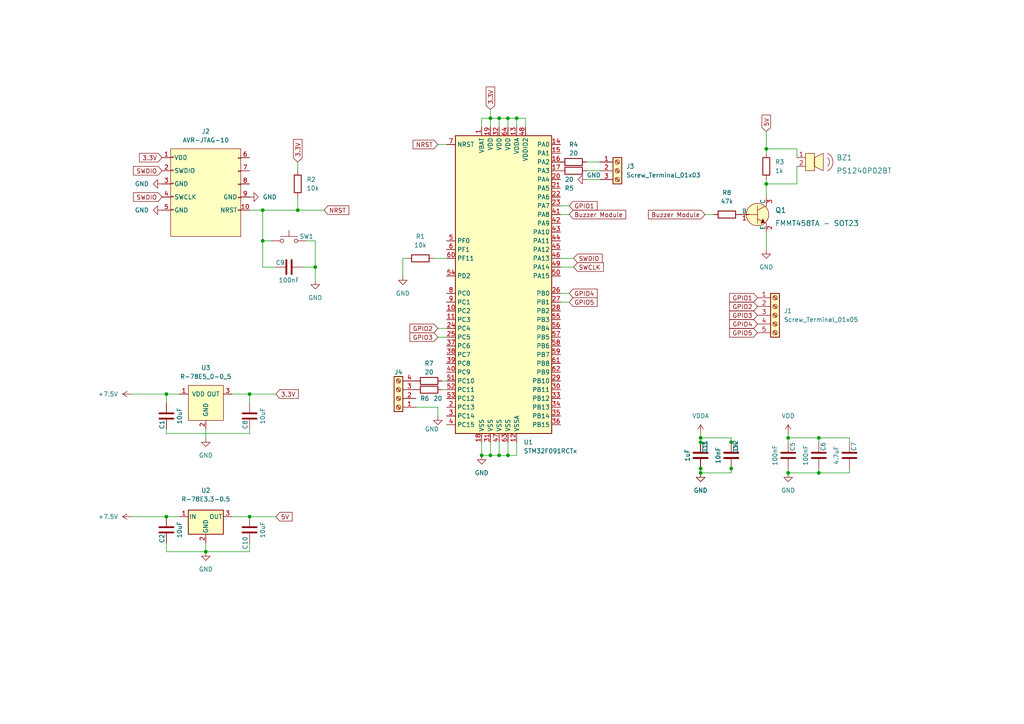
<source format=kicad_sch>
(kicad_sch (version 20211123) (generator eeschema)
  (paper "A4")
  (title_block (title "VRm Schematic") (date "2022-02-15") (rev "1") (company "VRm"))
  (lib_symbols
    (symbol "AVR-JTAG-10_1" (pin_names (offset 1.016))
      (property "Reference" "J" (at -8.89 13.97 0))
      (property "Value" "AVR-JTAG-10_1" (at 1.27 13.97 0))
      (symbol "AVR-JTAG-10_1_0_1"
        (rectangle (start -10.16 -5.08) (end -9.398 -4.826))
        (rectangle (start -10.16 -1.27) (end -9.398 -1.016))
        (rectangle (start -10.16 2.54) (end -9.398 2.794))
        (rectangle (start -10.16 6.35) (end -9.398 6.604))
        (rectangle (start -10.16 10.16) (end -9.398 10.414))
        (rectangle (start 10.16 -4.953) (end 9.398 -5.207))
        (rectangle (start 10.16 -1.27) (end 9.398 -1.524))
        (rectangle (start 10.16 2.54) (end 9.398 2.286))
        (rectangle (start 10.16 6.35) (end 9.398 6.096))
        (rectangle (start 10.16 10.16) (end 9.398 9.906))
        (rectangle (start 10.16 12.7) (end -10.16 -12.7) (fill (type background)))
      )
      (symbol "AVR-JTAG-10_1_1_1"
        (pin passive line (at -12.7 10.16 0) (length 2.54) (name "VDD") (number "1"))
        (pin passive line (at 12.7 -5.08 180) (length 2.54) (name "NRST") (number "10"))
        (pin passive line (at -12.7 6.35 0) (length 2.54) (name "SWDIO") (number "2"))
        (pin passive line (at -12.7 2.54 0) (length 2.54) (name "GND") (number "3"))
        (pin passive line (at -12.7 -1.27 0) (length 2.54) (name "SWCLK") (number "4"))
        (pin passive line (at -12.7 -5.08 0) (length 2.54) (name "GND") (number "5"))
        (pin passive line (at 12.7 10.16 180) (length 2.54) (name "") (number "6"))
        (pin passive line (at 12.7 6.35 180) (length 2.54) (name "") (number "7"))
        (pin passive line (at 12.7 2.54 180) (length 2.54) (name "") (number "8"))
        (pin passive line (at 12.7 -1.27 180) (length 2.54) (name "GND") (number "9"))
      )
    )
    (symbol "Connector:Screw_Terminal_01x03" (pin_names (offset 1.016) hide)
      (property "Reference" "J" (at 0 5.08 0))
      (property "Value" "Screw_Terminal_01x03" (at 0 -5.08 0))
      (symbol "Screw_Terminal_01x03_1_1"
        (rectangle (start -1.27 3.81) (end 1.27 -3.81) (stroke (width 0.254)) (fill (type background)))
        (circle (center 0 -2.54) (radius 0.635) (stroke (width 0.1524)))
        (polyline (pts (xy -0.5334 -2.2098) (xy 0.3302 -3.048)) (stroke (width 0.1524)))
        (polyline (pts (xy -0.5334 0.3302) (xy 0.3302 -0.508)) (stroke (width 0.1524)))
        (polyline (pts (xy -0.5334 2.8702) (xy 0.3302 2.032)) (stroke (width 0.1524)))
        (polyline (pts (xy -0.3556 -2.032) (xy 0.508 -2.8702)) (stroke (width 0.1524)))
        (polyline (pts (xy -0.3556 0.508) (xy 0.508 -0.3302)) (stroke (width 0.1524)))
        (polyline (pts (xy -0.3556 3.048) (xy 0.508 2.2098)) (stroke (width 0.1524)))
        (circle (center 0 0) (radius 0.635) (stroke (width 0.1524)))
        (circle (center 0 2.54) (radius 0.635) (stroke (width 0.1524)))
        (pin passive line (at -5.08 2.54 0) (length 3.81) (name "Pin_1") (number "1"))
        (pin passive line (at -5.08 0 0) (length 3.81) (name "Pin_2") (number "2"))
        (pin passive line (at -5.08 -2.54 0) (length 3.81) (name "Pin_3") (number "3"))
      )
    )
    (symbol "Connector:Screw_Terminal_01x04" (pin_names (offset 1.016) hide)
      (property "Reference" "J" (at 0 5.08 0))
      (property "Value" "Screw_Terminal_01x04" (at 0 -7.62 0))
      (symbol "Screw_Terminal_01x04_1_1"
        (rectangle (start -1.27 3.81) (end 1.27 -6.35) (stroke (width 0.254)) (fill (type background)))
        (circle (center 0 -5.08) (radius 0.635) (stroke (width 0.1524)))
        (circle (center 0 -2.54) (radius 0.635) (stroke (width 0.1524)))
        (polyline (pts (xy -0.5334 -4.7498) (xy 0.3302 -5.588)) (stroke (width 0.1524)))
        (polyline (pts (xy -0.5334 -2.2098) (xy 0.3302 -3.048)) (stroke (width 0.1524)))
        (polyline (pts (xy -0.5334 0.3302) (xy 0.3302 -0.508)) (stroke (width 0.1524)))
        (polyline (pts (xy -0.5334 2.8702) (xy 0.3302 2.032)) (stroke (width 0.1524)))
        (polyline (pts (xy -0.3556 -4.572) (xy 0.508 -5.4102)) (stroke (width 0.1524)))
        (polyline (pts (xy -0.3556 -2.032) (xy 0.508 -2.8702)) (stroke (width 0.1524)))
        (polyline (pts (xy -0.3556 0.508) (xy 0.508 -0.3302)) (stroke (width 0.1524)))
        (polyline (pts (xy -0.3556 3.048) (xy 0.508 2.2098)) (stroke (width 0.1524)))
        (circle (center 0 0) (radius 0.635) (stroke (width 0.1524)))
        (circle (center 0 2.54) (radius 0.635) (stroke (width 0.1524)))
        (pin passive line (at -5.08 2.54 0) (length 3.81) (name "Pin_1") (number "1"))
        (pin passive line (at -5.08 0 0) (length 3.81) (name "Pin_2") (number "2"))
        (pin passive line (at -5.08 -2.54 0) (length 3.81) (name "Pin_3") (number "3"))
        (pin passive line (at -5.08 -5.08 0) (length 3.81) (name "Pin_4") (number "4"))
      )
    )
    (symbol "Connector:Screw_Terminal_01x05" (pin_names (offset 1.016) hide)
      (property "Reference" "J" (at 0 7.62 0))
      (property "Value" "Screw_Terminal_01x05" (at 0 -7.62 0))
      (symbol "Screw_Terminal_01x05_1_1"
        (rectangle (start -1.27 6.35) (end 1.27 -6.35) (stroke (width 0.254)) (fill (type background)))
        (circle (center 0 -5.08) (radius 0.635) (stroke (width 0.1524)))
        (circle (center 0 -2.54) (radius 0.635) (stroke (width 0.1524)))
        (polyline (pts (xy -0.5334 -4.7498) (xy 0.3302 -5.588)) (stroke (width 0.1524)))
        (polyline (pts (xy -0.5334 -2.2098) (xy 0.3302 -3.048)) (stroke (width 0.1524)))
        (polyline (pts (xy -0.5334 0.3302) (xy 0.3302 -0.508)) (stroke (width 0.1524)))
        (polyline (pts (xy -0.5334 2.8702) (xy 0.3302 2.032)) (stroke (width 0.1524)))
        (polyline (pts (xy -0.5334 5.4102) (xy 0.3302 4.572)) (stroke (width 0.1524)))
        (polyline (pts (xy -0.3556 -4.572) (xy 0.508 -5.4102)) (stroke (width 0.1524)))
        (polyline (pts (xy -0.3556 -2.032) (xy 0.508 -2.8702)) (stroke (width 0.1524)))
        (polyline (pts (xy -0.3556 0.508) (xy 0.508 -0.3302)) (stroke (width 0.1524)))
        (polyline (pts (xy -0.3556 3.048) (xy 0.508 2.2098)) (stroke (width 0.1524)))
        (polyline (pts (xy -0.3556 5.588) (xy 0.508 4.7498)) (stroke (width 0.1524)))
        (circle (center 0 0) (radius 0.635) (stroke (width 0.1524)))
        (circle (center 0 2.54) (radius 0.635) (stroke (width 0.1524)))
        (circle (center 0 5.08) (radius 0.635) (stroke (width 0.1524)))
        (pin passive line (at -5.08 5.08 0) (length 3.81) (name "Pin_1") (number "1"))
        (pin passive line (at -5.08 2.54 0) (length 3.81) (name "Pin_2") (number "2"))
        (pin passive line (at -5.08 0 0) (length 3.81) (name "Pin_3") (number "3"))
        (pin passive line (at -5.08 -2.54 0) (length 3.81) (name "Pin_4") (number "4"))
        (pin passive line (at -5.08 -5.08 0) (length 3.81) (name "Pin_5") (number "5"))
      )
    )
    (symbol "Device:C" (pin_numbers hide) (pin_names (offset 0.254))
      (property "Reference" "C" (at 0.635 2.54 0))
      (property "Value" "C" (at 0.635 -2.54 0))
      (symbol "C_0_1"
        (polyline (pts (xy -2.032 -0.762) (xy 2.032 -0.762)) (stroke (width 0.508)))
        (polyline (pts (xy -2.032 0.762) (xy 2.032 0.762)) (stroke (width 0.508)))
      )
      (symbol "C_1_1"
        (pin passive line (at 0 3.81 270) (length 2.794) (name "~") (number "1"))
        (pin passive line (at 0 -3.81 90) (length 2.794) (name "~") (number "2"))
      )
    )
    (symbol "Device:R" (pin_numbers hide) (pin_names (offset 0))
      (property "Reference" "R" (at 2.032 0 90))
      (property "Value" "R" (at 0 0 90))
      (symbol "R_0_1"
        (rectangle (start -1.016 -2.54) (end 1.016 2.54) (stroke (width 0.254)))
      )
      (symbol "R_1_1"
        (pin passive line (at 0 3.81 270) (length 1.27) (name "~") (number "1"))
        (pin passive line (at 0 -3.81 90) (length 1.27) (name "~") (number "2"))
      )
    )
    (symbol "MCU_ST_STM32F0:STM32F091RCTx"
      (property "Reference" "U" (at -15.24 44.45 0))
      (property "Value" "STM32F091RCTx" (at 7.62 44.45 0))
      (symbol "STM32F091RCTx_0_1"
        (rectangle (start -15.24 -43.18) (end 12.7 43.18) (stroke (width 0.254)) (fill (type background)))
      )
      (symbol "STM32F091RCTx_1_1"
        (pin power_in line (at -7.62 45.72 270) (length 2.54) (name "VBAT") (number "1"))
        (pin bidirectional line (at -17.78 -7.62 0) (length 2.54) (name "PC2") (number "10"))
        (pin bidirectional line (at -17.78 -10.16 0) (length 2.54) (name "PC3") (number "11"))
        (pin power_in line (at 2.54 -45.72 90) (length 2.54) (name "VSSA") (number "12"))
        (pin power_in line (at 2.54 45.72 270) (length 2.54) (name "VDDA") (number "13"))
        (pin bidirectional line (at 15.24 40.64 180) (length 2.54) (name "PA0") (number "14"))
        (pin bidirectional line (at 15.24 38.1 180) (length 2.54) (name "PA1") (number "15"))
        (pin bidirectional line (at 15.24 35.56 180) (length 2.54) (name "PA2") (number "16"))
        (pin bidirectional line (at 15.24 33.02 180) (length 2.54) (name "PA3") (number "17"))
        (pin power_in line (at -7.62 -45.72 90) (length 2.54) (name "VSS") (number "18"))
        (pin power_in line (at -5.08 45.72 270) (length 2.54) (name "VDD") (number "19"))
        (pin bidirectional line (at -17.78 -35.56 0) (length 2.54) (name "PC13") (number "2"))
        (pin bidirectional line (at 15.24 30.48 180) (length 2.54) (name "PA4") (number "20"))
        (pin bidirectional line (at 15.24 27.94 180) (length 2.54) (name "PA5") (number "21"))
        (pin bidirectional line (at 15.24 25.4 180) (length 2.54) (name "PA6") (number "22"))
        (pin bidirectional line (at 15.24 22.86 180) (length 2.54) (name "PA7") (number "23"))
        (pin bidirectional line (at -17.78 -12.7 0) (length 2.54) (name "PC4") (number "24"))
        (pin bidirectional line (at -17.78 -15.24 0) (length 2.54) (name "PC5") (number "25"))
        (pin bidirectional line (at 15.24 -2.54 180) (length 2.54) (name "PB0") (number "26"))
        (pin bidirectional line (at 15.24 -5.08 180) (length 2.54) (name "PB1") (number "27"))
        (pin bidirectional line (at 15.24 -7.62 180) (length 2.54) (name "PB2") (number "28"))
        (pin bidirectional line (at 15.24 -27.94 180) (length 2.54) (name "PB10") (number "29"))
        (pin bidirectional line (at -17.78 -38.1 0) (length 2.54) (name "PC14") (number "3"))
        (pin bidirectional line (at 15.24 -30.48 180) (length 2.54) (name "PB11") (number "30"))
        (pin power_in line (at -5.08 -45.72 90) (length 2.54) (name "VSS") (number "31"))
        (pin power_in line (at -2.54 45.72 270) (length 2.54) (name "VDD") (number "32"))
        (pin bidirectional line (at 15.24 -33.02 180) (length 2.54) (name "PB12") (number "33"))
        (pin bidirectional line (at 15.24 -35.56 180) (length 2.54) (name "PB13") (number "34"))
        (pin bidirectional line (at 15.24 -38.1 180) (length 2.54) (name "PB14") (number "35"))
        (pin bidirectional line (at 15.24 -40.64 180) (length 2.54) (name "PB15") (number "36"))
        (pin bidirectional line (at -17.78 -17.78 0) (length 2.54) (name "PC6") (number "37"))
        (pin bidirectional line (at -17.78 -20.32 0) (length 2.54) (name "PC7") (number "38"))
        (pin bidirectional line (at -17.78 -22.86 0) (length 2.54) (name "PC8") (number "39"))
        (pin bidirectional line (at -17.78 -40.64 0) (length 2.54) (name "PC15") (number "4"))
        (pin bidirectional line (at -17.78 -25.4 0) (length 2.54) (name "PC9") (number "40"))
        (pin bidirectional line (at 15.24 20.32 180) (length 2.54) (name "PA8") (number "41"))
        (pin bidirectional line (at 15.24 17.78 180) (length 2.54) (name "PA9") (number "42"))
        (pin bidirectional line (at 15.24 15.24 180) (length 2.54) (name "PA10") (number "43"))
        (pin bidirectional line (at 15.24 12.7 180) (length 2.54) (name "PA11") (number "44"))
        (pin bidirectional line (at 15.24 10.16 180) (length 2.54) (name "PA12") (number "45"))
        (pin bidirectional line (at 15.24 7.62 180) (length 2.54) (name "PA13") (number "46"))
        (pin power_in line (at -2.54 -45.72 90) (length 2.54) (name "VSS") (number "47"))
        (pin power_in line (at 5.08 45.72 270) (length 2.54) (name "VDDIO2") (number "48"))
        (pin bidirectional line (at 15.24 5.08 180) (length 2.54) (name "PA14") (number "49"))
        (pin input line (at -17.78 12.7 0) (length 2.54) (name "PF0") (number "5"))
        (pin bidirectional line (at 15.24 2.54 180) (length 2.54) (name "PA15") (number "50"))
        (pin bidirectional line (at -17.78 -27.94 0) (length 2.54) (name "PC10") (number "51"))
        (pin bidirectional line (at -17.78 -30.48 0) (length 2.54) (name "PC11") (number "52"))
        (pin bidirectional line (at -17.78 -33.02 0) (length 2.54) (name "PC12") (number "53"))
        (pin bidirectional line (at -17.78 2.54 0) (length 2.54) (name "PD2") (number "54"))
        (pin bidirectional line (at 15.24 -10.16 180) (length 2.54) (name "PB3") (number "55"))
        (pin bidirectional line (at 15.24 -12.7 180) (length 2.54) (name "PB4") (number "56"))
        (pin bidirectional line (at 15.24 -15.24 180) (length 2.54) (name "PB5") (number "57"))
        (pin bidirectional line (at 15.24 -17.78 180) (length 2.54) (name "PB6") (number "58"))
        (pin bidirectional line (at 15.24 -20.32 180) (length 2.54) (name "PB7") (number "59"))
        (pin input line (at -17.78 10.16 0) (length 2.54) (name "PF1") (number "6"))
        (pin bidirectional line (at -17.78 7.62 0) (length 2.54) (name "PF11") (number "60"))
        (pin bidirectional line (at 15.24 -22.86 180) (length 2.54) (name "PB8") (number "61"))
        (pin bidirectional line (at 15.24 -25.4 180) (length 2.54) (name "PB9") (number "62"))
        (pin power_in line (at 0 -45.72 90) (length 2.54) (name "VSS") (number "63"))
        (pin power_in line (at 0 45.72 270) (length 2.54) (name "VDD") (number "64"))
        (pin input line (at -17.78 40.64 0) (length 2.54) (name "NRST") (number "7"))
        (pin bidirectional line (at -17.78 -2.54 0) (length 2.54) (name "PC0") (number "8"))
        (pin bidirectional line (at -17.78 -5.08 0) (length 2.54) (name "PC1") (number "9"))
      )
    )
    (symbol "Regulator_Switching:R-78E3.3-0.5" (pin_names (offset 0.254))
      (property "Reference" "U" (at -3.81 3.175 0))
      (property "Value" "R-78E3.3-0.5" (at 0 3.175 0))
      (symbol "R-78E3.3-0.5_0_1"
        (rectangle (start -5.08 1.905) (end 5.08 -5.08) (stroke (width 0.254)) (fill (type background)))
      )
      (symbol "R-78E3.3-0.5_1_1"
        (pin power_in line (at -7.62 0 0) (length 2.54) (name "IN") (number "1"))
        (pin power_in line (at 0 -7.62 90) (length 2.54) (name "GND") (number "2"))
        (pin power_out line (at 7.62 0 180) (length 2.54) (name "OUT") (number "3"))
      )
    )
    (symbol "Switch:SW_Push" (pin_numbers hide) (pin_names (offset 1.016) hide)
      (property "Reference" "SW" (at 1.27 2.54 0))
      (property "Value" "SW_Push" (at 0 -1.524 0))
      (symbol "SW_Push_0_1"
        (circle (center -2.032 0) (radius 0.508))
        (polyline (pts (xy 0 1.27) (xy 0 3.048)))
        (polyline (pts (xy 2.54 1.27) (xy -2.54 1.27)))
        (circle (center 2.032 0) (radius 0.508))
        (pin passive line (at -5.08 0 0) (length 2.54) (name "1") (number "1"))
        (pin passive line (at 5.08 0 180) (length 2.54) (name "2") (number "2"))
      )
    )
    (symbol "dk_Alarms-Buzzers-and-Sirens:PS1240P02BT" (pin_names (offset 0))
      (property "Reference" "BZ" (at 0 5.08 0))
      (property "Value" "PS1240P02BT" (at -1.27 -3.81 0))
      (symbol "PS1240P02BT_0_1"
        (polyline (pts (xy 2.54 2.54) (xy 5.08 3.81) (xy 5.08 -1.27) (xy 2.54 0) (xy 2.54 2.54)) (fill (type background)))
        (rectangle (start 0 3.81) (end 2.54 -1.27) (fill (type background)))
        (arc (start 6.35 -1.27) (mid 7.9198 1.27) (end 6.35 3.81))
        (arc (start 6.35 0) (mid 6.8761 1.27) (end 6.35 2.54))
      )
      (symbol "PS1240P02BT_1_1"
        (pin input line (at -2.54 2.54 0) (length 2.54) (name "~") (number "1"))
        (pin input line (at -2.54 0 0) (length 2.54) (name "~") (number "2"))
      )
    )
    (symbol "dk_DC-DC-Converters:R-78E5_0-0_5" (pin_names (offset 1.016))
      (property "Reference" "U" (at -5.08 6.35 0))
      (property "Value" "R-78E5_0-0_5" (at 1.27 -6.35 0))
      (symbol "R-78E5_0-0_5_1_1"
        (rectangle (start 5.08 5.08) (end -5.08 -5.08) (fill (type background)))
        (pin power_in line (at -7.62 2.54 0) (length 2.54) (name "VDD") (number "1"))
        (pin power_in line (at 0 -7.62 90) (length 2.54) (name "GND") (number "2"))
        (pin power_out line (at 7.62 2.54 180) (length 2.54) (name "OUT") (number "3"))
      )
    )
    (symbol "dk_Transistors-Bipolar-BJT-Single:FMMT458TA" (pin_names (offset 0))
      (property "Reference" "Q" (at -3.2004 4.2164 0))
      (property "Value" "FMMT458TA" (at 5.2324 0 90))
      (symbol "FMMT458TA_0_1"
        (polyline (pts (xy -3.81 0) (xy -2.54 0)))
        (polyline (pts (xy -3.556 0) (xy 0 0)))
        (polyline (pts (xy 0 -1.27) (xy 2.54 -2.54)))
        (polyline (pts (xy 0 1.27) (xy 2.54 2.54)))
        (polyline (pts (xy 0 2.54) (xy 0 -2.54)))
        (polyline (pts (xy 1.524 -1.27) (xy 2.032 -2.286) (xy 1.016 -2.54) (xy 1.524 -1.27)) (fill (type outline)))
        (circle (center 0 0) (radius 3.2512) (fill (type background)))
      )
      (symbol "FMMT458TA_1_1"
        (pin input line (at -5.08 0 0) (length 2.54) (name "B") (number "1"))
        (pin passive line (at 2.54 -5.08 90) (length 2.54) (name "E") (number "2"))
        (pin passive line (at 2.54 5.08 270) (length 2.54) (name "C") (number "3"))
      )
    )
    (symbol "power:+7.5V" (power) (pin_names (offset 0))
      (property "Value" "+7.5V" (at 0 3.556 0))
      (symbol "+7.5V_0_1"
        (polyline (pts (xy -0.762 1.27) (xy 0 2.54)))
        (polyline (pts (xy 0 0) (xy 0 2.54)))
        (polyline (pts (xy 0 2.54) (xy 0.762 1.27)))
      )
      (symbol "+7.5V_1_1"
        (pin power_in line (at 0 0 90) (length 0) hide (name "+7.5V") (number "1"))
      )
    )
    (symbol "power:GND" (power) (pin_names (offset 0))
      (property "Value" "GND" (at 0 -3.81 0))
      (symbol "GND_0_1"
        (polyline (pts (xy 0 0) (xy 0 -1.27) (xy 1.27 -1.27) (xy 0 -2.54) (xy -1.27 -1.27) (xy 0 -1.27)))
      )
      (symbol "GND_1_1"
        (pin power_in line (at 0 0 270) (length 0) hide (name "GND") (number "1"))
      )
    )
    (symbol "power:VDD" (power) (pin_names (offset 0))
      (property "Value" "VDD" (at 0 3.81 0))
      (symbol "VDD_0_1"
        (polyline (pts (xy -0.762 1.27) (xy 0 2.54)))
        (polyline (pts (xy 0 0) (xy 0 2.54)))
        (polyline (pts (xy 0 2.54) (xy 0.762 1.27)))
      )
      (symbol "VDD_1_1"
        (pin power_in line (at 0 0 90) (length 0) hide (name "VDD") (number "1"))
      )
    )
    (symbol "power:VDDA" (power) (pin_names (offset 0))
      (property "Value" "VDDA" (at 0 3.81 0))
      (symbol "VDDA_0_1"
        (polyline (pts (xy -0.762 1.27) (xy 0 2.54)))
        (polyline (pts (xy 0 0) (xy 0 2.54)))
        (polyline (pts (xy 0 2.54) (xy 0.762 1.27)))
      )
      (symbol "VDDA_1_1"
        (pin power_in line (at 0 0 90) (length 0) hide (name "VDDA") (number "1"))
      )
    )
  )
  (junction (at 72.39 114.3))
  (junction (at 149.86 34.29))
  (junction (at 203.2 128.27))
  (junction (at 48.26 114.3))
  (junction (at 86.36 60.96))
  (junction (at 142.24 132.08))
  (junction (at 222.25 53.34))
  (junction (at 59.69 160.02))
  (junction (at 142.24 34.29))
  (junction (at 91.44 77.47))
  (junction (at 212.09 128.27))
  (junction (at 76.2 60.96))
  (junction (at 203.2 127))
  (junction (at 237.49 137.16))
  (junction (at 147.32 132.08))
  (junction (at 144.78 34.29))
  (junction (at 212.09 135.89))
  (junction (at 237.49 127))
  (junction (at 203.2 135.89))
  (junction (at 203.2 137.16))
  (junction (at 222.25 43.18))
  (junction (at 76.2 69.85))
  (junction (at 144.78 132.08))
  (junction (at 147.32 34.29))
  (junction (at 228.6 137.16))
  (junction (at 228.6 127))
  (junction (at 72.39 149.86))
  (junction (at 48.26 149.86))
  (junction (at 139.7 132.08))
  (wire (pts (xy 72.39 125.73) (xy 72.39 124.46)))
  (wire (pts (xy 72.39 116.84) (xy 72.39 114.3)))
  (wire (pts (xy 147.32 128.27) (xy 147.32 132.08)))
  (wire (pts (xy 38.1 114.3) (xy 48.26 114.3)))
  (wire (pts (xy 120.65 118.11) (xy 127 118.11)))
  (wire (pts (xy 162.56 85.09) (xy 165.1 85.09)))
  (wire (pts (xy 237.49 127) (xy 237.49 128.27)))
  (wire (pts (xy 118.11 74.93) (xy 116.84 74.93)))
  (wire (pts (xy 246.38 127) (xy 246.38 128.27)))
  (wire (pts (xy 38.1 149.86) (xy 48.26 149.86)))
  (wire (pts (xy 127 95.25) (xy 129.54 95.25)))
  (wire (pts (xy 72.39 160.02) (xy 72.39 157.48)))
  (wire (pts (xy 142.24 128.27) (xy 142.24 132.08)))
  (wire (pts (xy 228.6 127) (xy 228.6 128.27)))
  (wire (pts (xy 88.9 69.85) (xy 91.44 69.85)))
  (wire (pts (xy 139.7 34.29) (xy 142.24 34.29)))
  (wire (pts (xy 72.39 149.86) (xy 80.01 149.86)))
  (wire (pts (xy 246.38 135.89) (xy 246.38 137.16)))
  (wire (pts (xy 152.4 36.83) (xy 152.4 34.29)))
  (wire (pts (xy 142.24 31.75) (xy 142.24 34.29)))
  (wire (pts (xy 228.6 137.16) (xy 237.49 137.16)))
  (wire (pts (xy 116.84 74.93) (xy 116.84 80.01)))
  (wire (pts (xy 91.44 69.85) (xy 91.44 77.47)))
  (wire (pts (xy 222.25 53.34) (xy 222.25 57.15)))
  (wire (pts (xy 228.6 125.73) (xy 228.6 127)))
  (wire (pts (xy 48.26 114.3) (xy 48.26 116.84)))
  (wire (pts (xy 162.56 59.69) (xy 165.1 59.69)))
  (wire (pts (xy 212.09 135.89) (xy 212.09 137.16)))
  (wire (pts (xy 149.86 34.29) (xy 149.86 36.83)))
  (wire (pts (xy 59.69 160.02) (xy 72.39 160.02)))
  (wire (pts (xy 72.39 60.96) (xy 76.2 60.96)))
  (wire (pts (xy 222.25 44.45) (xy 222.25 43.18)))
  (wire (pts (xy 127 118.11) (xy 127 120.65)))
  (wire (pts (xy 170.18 46.99) (xy 173.99 46.99)))
  (wire (pts (xy 48.26 124.46) (xy 48.26 125.73)))
  (wire (pts (xy 237.49 137.16) (xy 246.38 137.16)))
  (wire (pts (xy 128.27 113.03) (xy 129.54 113.03)))
  (wire (pts (xy 76.2 77.47) (xy 80.01 77.47)))
  (wire (pts (xy 170.18 52.07) (xy 173.99 52.07)))
  (wire (pts (xy 212.09 127) (xy 212.09 128.27)))
  (wire (pts (xy 142.24 34.29) (xy 142.24 36.83)))
  (wire (pts (xy 222.25 67.31) (xy 222.25 72.39)))
  (wire (pts (xy 139.7 132.08) (xy 142.24 132.08)))
  (wire (pts (xy 237.49 135.89) (xy 237.49 137.16)))
  (wire (pts (xy 127 97.79) (xy 129.54 97.79)))
  (wire (pts (xy 228.6 137.16) (xy 228.6 138.43)))
  (wire (pts (xy 162.56 62.23) (xy 165.1 62.23)))
  (wire (pts (xy 203.2 135.89) (xy 203.2 137.16)))
  (wire (pts (xy 48.26 157.48) (xy 48.26 160.02)))
  (wire (pts (xy 203.2 127) (xy 212.09 127)))
  (wire (pts (xy 222.25 52.07) (xy 222.25 53.34)))
  (wire (pts (xy 203.2 125.73) (xy 203.2 127)))
  (wire (pts (xy 228.6 135.89) (xy 228.6 137.16)))
  (wire (pts (xy 222.25 43.18) (xy 231.14 43.18)))
  (wire (pts (xy 170.18 49.53) (xy 173.99 49.53)))
  (wire (pts (xy 162.56 74.93) (xy 166.37 74.93)))
  (wire (pts (xy 228.6 127) (xy 237.49 127)))
  (wire (pts (xy 139.7 128.27) (xy 139.7 132.08)))
  (wire (pts (xy 91.44 77.47) (xy 91.44 81.28)))
  (wire (pts (xy 203.2 137.16) (xy 212.09 137.16)))
  (wire (pts (xy 87.63 77.47) (xy 91.44 77.47)))
  (wire (pts (xy 86.36 57.15) (xy 86.36 60.96)))
  (wire (pts (xy 147.32 132.08) (xy 149.86 132.08)))
  (wire (pts (xy 76.2 69.85) (xy 76.2 77.47)))
  (wire (pts (xy 162.56 87.63) (xy 165.1 87.63)))
  (wire (pts (xy 222.25 43.18) (xy 222.25 38.1)))
  (wire (pts (xy 86.36 60.96) (xy 93.98 60.96)))
  (wire (pts (xy 59.69 157.48) (xy 59.69 160.02)))
  (wire (pts (xy 125.73 74.93) (xy 129.54 74.93)))
  (wire (pts (xy 48.26 149.86) (xy 52.07 149.86)))
  (wire (pts (xy 222.25 53.34) (xy 231.14 53.34)))
  (wire (pts (xy 237.49 127) (xy 246.38 127)))
  (wire (pts (xy 139.7 36.83) (xy 139.7 34.29)))
  (wire (pts (xy 203.2 127) (xy 203.2 128.27)))
  (wire (pts (xy 48.26 125.73) (xy 72.39 125.73)))
  (wire (pts (xy 48.26 160.02) (xy 59.69 160.02)))
  (wire (pts (xy 162.56 77.47) (xy 166.37 77.47)))
  (wire (pts (xy 144.78 34.29) (xy 147.32 34.29)))
  (wire (pts (xy 48.26 114.3) (xy 52.07 114.3)))
  (wire (pts (xy 147.32 34.29) (xy 147.32 36.83)))
  (wire (pts (xy 231.14 43.18) (xy 231.14 45.72)))
  (wire (pts (xy 144.78 128.27) (xy 144.78 132.08)))
  (wire (pts (xy 86.36 46.99) (xy 86.36 49.53)))
  (wire (pts (xy 152.4 34.29) (xy 149.86 34.29)))
  (wire (pts (xy 59.69 124.46) (xy 59.69 127)))
  (wire (pts (xy 149.86 128.27) (xy 149.86 132.08)))
  (wire (pts (xy 76.2 60.96) (xy 86.36 60.96)))
  (wire (pts (xy 127 41.91) (xy 129.54 41.91)))
  (wire (pts (xy 231.14 48.26) (xy 231.14 53.34)))
  (wire (pts (xy 128.27 110.49) (xy 129.54 110.49)))
  (wire (pts (xy 72.39 114.3) (xy 67.31 114.3)))
  (wire (pts (xy 67.31 149.86) (xy 72.39 149.86)))
  (wire (pts (xy 142.24 132.08) (xy 144.78 132.08)))
  (wire (pts (xy 204.47 62.23) (xy 207.01 62.23)))
  (wire (pts (xy 76.2 60.96) (xy 76.2 69.85)))
  (wire (pts (xy 142.24 34.29) (xy 144.78 34.29)))
  (wire (pts (xy 72.39 114.3) (xy 80.01 114.3)))
  (wire (pts (xy 144.78 34.29) (xy 144.78 36.83)))
  (wire (pts (xy 144.78 132.08) (xy 147.32 132.08)))
  (wire (pts (xy 76.2 69.85) (xy 78.74 69.85)))
  (wire (pts (xy 147.32 34.29) (xy 149.86 34.29)))
  (wire (pts (xy 203.2 137.16) (xy 203.2 138.43)))
  (global_label "Buzzer Module" (shape input) (at 165.1 62.23 0) (property "Intersheet References" "${INTERSHEET_REFS}" (effects hide)))
  (global_label "NRST" (shape input) (at 93.98 60.96 0) (property "Intersheet References" "${INTERSHEET_REFS}" (effects hide)))
  (global_label "GPIO2" (shape input) (at 127 95.25 180) (property "Intersheet References" "${INTERSHEET_REFS}" (effects hide)))
  (global_label "NRST" (shape input) (at 127 41.91 180) (property "Intersheet References" "${INTERSHEET_REFS}" (effects hide)))
  (global_label "GPIO3" (shape input) (at 127 97.79 180) (property "Intersheet References" "${INTERSHEET_REFS}" (effects hide)))
  (global_label "GPIO2" (shape input) (at 219.71 88.9 180) (property "Intersheet References" "${INTERSHEET_REFS}" (effects hide)))
  (global_label "GPIO3" (shape input) (at 219.71 91.44 180) (property "Intersheet References" "${INTERSHEET_REFS}" (effects hide)))
  (global_label "5V" (shape input) (at 80.01 149.86 0) (property "Intersheet References" "${INTERSHEET_REFS}" (effects hide)))
  (global_label "3.3V" (shape input) (at 86.36 46.99 90) (property "Intersheet References" "${INTERSHEET_REFS}" (effects hide)))
  (global_label "Buzzer Module" (shape input) (at 204.47 62.23 180) (property "Intersheet References" "${INTERSHEET_REFS}" (effects hide)))
  (global_label "3.3V" (shape input) (at 46.99 45.72 180) (property "Intersheet References" "${INTERSHEET_REFS}" (effects hide)))
  (global_label "SWDIO" (shape input) (at 46.99 49.53 180) (property "Intersheet References" "${INTERSHEET_REFS}" (effects hide)))
  (global_label "GPIO1" (shape input) (at 219.71 86.36 180) (property "Intersheet References" "${INTERSHEET_REFS}" (effects hide)))
  (global_label "SWDIO" (shape input) (at 166.37 74.93 0) (property "Intersheet References" "${INTERSHEET_REFS}" (effects hide)))
  (global_label "GPIO5" (shape input) (at 165.1 87.63 0) (property "Intersheet References" "${INTERSHEET_REFS}" (effects hide)))
  (global_label "5V" (shape input) (at 222.25 38.1 90) (property "Intersheet References" "${INTERSHEET_REFS}" (effects hide)))
  (global_label "3.3V" (shape input) (at 80.01 114.3 0) (property "Intersheet References" "${INTERSHEET_REFS}" (effects hide)))
  (global_label "GPIO4" (shape input) (at 165.1 85.09 0) (property "Intersheet References" "${INTERSHEET_REFS}" (effects hide)))
  (global_label "SWDIO" (shape input) (at 46.99 57.15 180) (property "Intersheet References" "${INTERSHEET_REFS}" (effects hide)))
  (global_label "SWCLK" (shape input) (at 166.37 77.47 0) (property "Intersheet References" "${INTERSHEET_REFS}" (effects hide)))
  (global_label "3.3V" (shape input) (at 142.24 31.75 90) (property "Intersheet References" "${INTERSHEET_REFS}" (effects hide)))
  (global_label "GPIO4" (shape input) (at 219.71 93.98 180) (property "Intersheet References" "${INTERSHEET_REFS}" (effects hide)))
  (global_label "GPIO5" (shape input) (at 219.71 96.52 180) (property "Intersheet References" "${INTERSHEET_REFS}" (effects hide)))
  (global_label "GPIO1" (shape input) (at 165.1 59.69 0) (property "Intersheet References" "${INTERSHEET_REFS}" (effects hide)))
  (symbol (lib_id "Connector:Screw_Terminal_01x04") (at 115.57 115.57 180) (unit 1)
    (property "Reference" "J4" (at 115.57 107.95 0))
    (property "Value" "Screw_Terminal_01x04" (effects hide))
  )
  (symbol (lib_id "power:GND") (at 91.44 81.28 0) (unit 1)
    (property "Reference" "#PWR0110" (effects hide))
    (property "Value" "GND" (at 91.44 86.36 0))
  )
  (symbol (lib_id "power:GND") (at 72.39 57.15 90) (unit 1)
    (property "Reference" "#PWR0113" (effects hide))
    (property "Value" "GND" (at 76.2 57.1499 90) (effects (justify right)))
  )
  (symbol (lib_id "Device:C") (at 83.82 77.47 90) (unit 1)
    (property "Reference" "C9" (at 81.28 76.2 90))
    (property "Value" "100nF" (at 83.82 81.28 90))
  )
  (symbol (lib_id "MCU_ST_STM32F0:STM32F091RCTx") (at 147.32 82.55 0) (unit 1)
    (property "Reference" "U1" (at 151.8794 128.27 0) (effects (justify left)))
    (property "Value" "STM32F091RCTx" (at 151.8794 130.81 0) (effects (justify left)))
    (property "Footprint" "Package_QFP:LQFP-64_10x10mm_P0.5mm" (effects hide))
    (property "Datasheet" "http://www.st.com/st-web-ui/static/active/en/resource/technical/document/datasheet/DM00115237.pdf" (effects hide))
  )
  (symbol (lib_id "Device:C") (at 203.2 132.08 0) (unit 1)
    (property "Reference" "C11" (at 204.47 129.54 90))
    (property "Value" "1uF" (at 199.39 132.08 90))
  )
  (symbol (lib_id "Device:C") (at 72.39 153.67 180) (unit 1)
    (property "Reference" "C10" (at 71.12 157.48 90))
    (property "Value" "10uF" (at 76.2 153.67 90))
  )
  (symbol (lib_id "power:GND") (at 203.2 137.16 0) (unit 1)
    (property "Reference" "#PWR0104" (effects hide))
    (property "Value" "GND" (at 203.2 142.24 0))
  )
  (symbol (lib_id "power:VDD") (at 228.6 125.73 0) (unit 1)
    (property "Reference" "#PWR0101" (effects hide))
    (property "Value" "VDD" (at 228.6 120.65 0))
  )
  (symbol (lib_id "power:+7.5V") (at 38.1 114.3 90) (unit 1)
    (property "Reference" "#PWR0109" (effects hide))
    (property "Value" "+7.5V" (at 34.29 114.2999 90) (effects (justify left)))
  )
  (symbol (lib_id "power:GND") (at 59.69 127 0) (unit 1)
    (property "Reference" "#PWR0107" (effects hide))
    (property "Value" "GND" (at 59.69 132.08 0))
  )
  (symbol (lib_id "Device:C") (at 246.38 132.08 0) (unit 1)
    (property "Reference" "C7" (at 247.65 129.54 90))
    (property "Value" "4.7uF" (at 242.57 132.08 90))
  )
  (symbol (lib_id "Device:C") (at 203.2 132.08 0) (unit 1)
    (property "Reference" "C3" (at 204.47 129.54 90))
    (property "Value" "1uF" (at 199.39 132.08 90))
  )
  (symbol (lib_id "Device:C") (at 48.26 120.65 180) (unit 1)
    (property "Reference" "C1" (at 46.99 123.19 90))
    (property "Value" "10uF" (at 52.07 120.65 90))
  )
  (symbol (lib_id "dk_Alarms-Buzzers-and-Sirens:PS1240P02BT") (at 233.68 48.26 0) (unit 1)
    (property "Reference" "BZ1" (at 242.57 45.72 0) (effects (font (size 1.524 1.524)) (justify left)))
    (property "Value" "PS1240P02BT" (at 242.57 49.53 0) (effects (font (size 1.524 1.524)) (justify left)))
    (property "Footprint" "digikey-footprints:Piezo_Transducer_THT_PS1240P02BT" (effects hide))
    (property "Datasheet" "https://product.tdk.com/info/en/catalog/datasheets/piezoelectronic_buzzer_ps_en.pdf" (effects hide))
    (property "Digi-Key_PN" "445-2525-1-ND" (effects hide))
    (property "MPN" "PS1240P02BT" (effects hide))
    (property "Category" "Audio Products" (effects hide))
    (property "Family" "Alarms, Buzzers, and Sirens" (effects hide))
    (property "DK_Datasheet_Link" "https://product.tdk.com/info/en/catalog/datasheets/piezoelectronic_buzzer_ps_en.pdf" (effects hide))
    (property "DK_Detail_Page" "/product-detail/en/tdk-corporation/PS1240P02BT/445-2525-1-ND/935930" (effects hide))
    (property "Description" "AUDIO PIEZO TRANSDUCER 30V TH" (effects hide))
    (property "Manufacturer" "TDK Corporation" (effects hide))
    (property "Status" "Active" (effects hide))
  )
  (symbol (lib_id "Connector:Screw_Terminal_01x05") (at 224.79 91.44 0) (unit 1)
    (property "Reference" "J1" (at 227.33 90.1699 0) (effects (justify left)))
    (property "Value" "Screw_Terminal_01x05" (at 227.33 92.7099 0) (effects (justify left)))
  )
  (symbol (lib_id "power:VDDA") (at 203.2 125.73 0) (unit 1)
    (property "Reference" "#PWR0103" (effects hide))
    (property "Value" "VDDA" (at 203.2 120.65 0))
  )
  (symbol (lib_id "Device:C") (at 72.39 120.65 180) (unit 1)
    (property "Reference" "C8" (at 71.12 123.19 90))
    (property "Value" "10uF" (at 76.2 120.65 90))
  )
  (symbol (lib_id "dk_DC-DC-Converters:R-78E5_0-0_5") (at 59.69 116.84 0) (unit 1)
    (property "Reference" "U3" (at 59.69 106.68 0))
    (property "Value" "R-78E5_0-0_5" (at 59.69 109.22 0))
    (property "Footprint" "digikey-footprints:SIP-3_P2.54mm" (effects hide))
    (property "Datasheet" "https://www.recom-power.com/pdf/Innoline/R-78Exx-0.5.pdf" (effects hide))
    (property "Digi-Key_PN" "945-1648-5-ND" (effects hide))
    (property "MPN" "R-78E5.0-0.5" (effects hide))
    (property "Category" "Power Supplies - Board Mount" (effects hide))
    (property "Family" "DC DC Converters" (effects hide))
    (property "DK_Datasheet_Link" "https://www.recom-power.com/pdf/Innoline/R-78Exx-0.5.pdf" (effects hide))
    (property "DK_Detail_Page" "/product-detail/en/recom-power/R-78E5.0-0.5/945-1648-5-ND/2834904" (effects hide))
    (property "Description" "DC DC CONVERTER 5V 3W" (effects hide))
    (property "Manufacturer" "Recom Power" (effects hide))
    (property "Status" "Active" (effects hide))
  )
  (symbol (lib_name "AVR-JTAG-10_1") (lib_id "Connector:AVR-JTAG-10") (at 59.69 55.88 0) (unit 1)
    (property "Reference" "J2" (at 59.69 38.1 0))
    (property "Value" "AVR-JTAG-10" (at 59.69 40.64 0))
    (property "Datasheet" " ~" (effects hide))
  )
  (symbol (lib_id "Device:R") (at 166.37 46.99 90) (unit 1)
    (property "Reference" "R4" (at 166.37 41.91 90))
    (property "Value" "20" (at 166.37 44.45 90))
  )
  (symbol (lib_id "Device:R") (at 124.46 113.03 90) (unit 1)
    (property "Reference" "R6" (at 123.19 115.57 90))
    (property "Value" "20" (at 127 115.57 90))
  )
  (symbol (lib_id "dk_Transistors-Bipolar-BJT-Single:FMMT458TA") (at 219.71 62.23 0) (unit 1)
    (property "Reference" "Q1" (at 224.79 60.96 0) (effects (font (size 1.524 1.524)) (justify left)))
    (property "Value" "FMMT458TA - SOT23" (at 224.79 64.77 0) (effects (font (size 1.524 1.524)) (justify left)))
    (property "Footprint" "digikey-footprints:SOT-23-3" (effects hide))
    (property "Datasheet" "https://www.diodes.com/assets/Datasheets/FMMT458.pdf" (effects hide))
    (property "Digi-Key_PN" "FMMT458CT-ND" (effects hide))
    (property "MPN" "FMMT458TA" (effects hide))
    (property "Category" "Discrete Semiconductor Products" (effects hide))
    (property "Family" "Transistors - Bipolar (BJT) - Single" (effects hide))
    (property "DK_Datasheet_Link" "https://www.diodes.com/assets/Datasheets/FMMT458.pdf" (effects hide))
    (property "DK_Detail_Page" "/product-detail/en/diodes-incorporated/FMMT458TA/FMMT458CT-ND/243272" (effects hide))
    (property "Description" "TRANS NPN 400V 0.225A SOT23-3" (effects hide))
    (property "Manufacturer" "Diodes Incorporated" (effects hide))
    (property "Status" "Active" (effects hide))
  )
  (symbol (lib_id "Device:C") (at 212.09 132.08 0) (unit 1)
    (property "Reference" "C4" (at 213.36 129.54 90))
    (property "Value" "10nF" (at 208.28 132.08 90))
  )
  (symbol (lib_id "Device:R") (at 166.37 49.53 90) (unit 1)
    (property "Reference" "R5" (at 165.1 54.61 90))
    (property "Value" "20" (at 165.1 52.07 90))
  )
  (symbol (lib_id "Regulator_Switching:R-78E3.3-0.5") (at 59.69 149.86 0) (unit 1)
    (property "Reference" "U2" (at 59.69 142.24 0))
    (property "Value" "R-78E3.3-0.5" (at 59.69 144.78 0))
    (property "Footprint" "Converter_DCDC:Converter_DCDC_RECOM_R-78E-0.5_THT" (effects hide))
    (property "Datasheet" "https://www.recom-power.com/pdf/Innoline/R-78Exx-0.5.pdf" (effects hide))
  )
  (symbol (lib_id "power:GND") (at 170.18 52.07 270) (unit 1)
    (property "Reference" "#PWR0115" (effects hide))
    (property "Value" "GND" (at 170.18 50.8 90) (effects (justify left)))
  )
  (symbol (lib_id "Device:R") (at 222.25 48.26 0) (unit 1)
    (property "Reference" "R3" (at 224.79 46.9899 0) (effects (justify left)))
    (property "Value" "1k" (at 224.79 49.5299 0) (effects (justify left)))
  )
  (symbol (lib_id "Device:C") (at 48.26 153.67 180) (unit 1)
    (property "Reference" "C2" (at 46.99 156.21 90))
    (property "Value" "10uF" (at 52.07 153.67 90))
  )
  (symbol (lib_id "Device:R") (at 210.82 62.23 270) (unit 1)
    (property "Reference" "R8" (at 210.82 55.88 90))
    (property "Value" "47k" (at 210.82 58.42 90))
  )
  (symbol (lib_id "power:GND") (at 59.69 160.02 0) (unit 1)
    (property "Reference" "#PWR0108" (effects hide))
    (property "Value" "GND" (at 59.69 165.1 0))
  )
  (symbol (lib_id "power:GND") (at 127 120.65 0) (unit 1)
    (property "Reference" "#PWR0117" (effects hide))
    (property "Value" "GND" (at 123.19 124.46 0) (effects (justify left)))
  )
  (symbol (lib_id "power:GND") (at 46.99 60.96 270) (mirror x) (unit 1)
    (property "Reference" "#PWR0111" (effects hide))
    (property "Value" "GND" (at 43.18 60.9599 90) (effects (justify right)))
  )
  (symbol (lib_id "power:GND") (at 139.7 132.08 0) (unit 1)
    (property "Reference" "#PWR0118" (effects hide))
    (property "Value" "GND" (at 139.7 137.16 0))
  )
  (symbol (lib_id "Device:R") (at 124.46 110.49 90) (unit 1)
    (property "Reference" "R7" (at 124.46 105.41 90))
    (property "Value" "20" (at 124.46 107.95 90))
  )
  (symbol (lib_id "Connector:Screw_Terminal_01x03") (at 179.07 49.53 0) (unit 1)
    (property "Reference" "J3" (at 181.61 48.2599 0) (effects (justify left)))
    (property "Value" "Screw_Terminal_01x03" (at 181.61 50.7999 0) (effects (justify left)))
  )
  (symbol (lib_id "power:GND") (at 222.25 72.39 0) (unit 1)
    (property "Reference" "#PWR0114" (effects hide))
    (property "Value" "GND" (at 222.25 77.47 0))
  )
  (symbol (lib_id "power:+7.5V") (at 38.1 149.86 90) (unit 1)
    (property "Reference" "#PWR0106" (effects hide))
    (property "Value" "+7.5V" (at 34.29 149.8599 90) (effects (justify left)))
  )
  (symbol (lib_id "power:GND") (at 116.84 80.01 0) (unit 1)
    (property "Reference" "#PWR0116" (effects hide))
    (property "Value" "GND" (at 116.84 85.09 0))
  )
  (symbol (lib_id "Device:C") (at 212.09 132.08 0) (unit 1)
    (property "Reference" "C12" (at 213.36 129.54 90))
    (property "Value" "10nF" (at 208.28 132.08 90))
  )
  (symbol (lib_id "power:GND") (at 228.6 137.16 0) (unit 1)
    (property "Reference" "#PWR0102" (effects hide))
    (property "Value" "GND" (at 228.6 142.24 0))
  )
  (symbol (lib_id "power:GND") (at 46.99 53.34 270) (mirror x) (unit 1)
    (property "Reference" "#PWR0112" (effects hide))
    (property "Value" "GND" (at 43.18 53.3399 90) (effects (justify right)))
  )
  (symbol (lib_id "Device:C") (at 228.6 132.08 0) (unit 1)
    (property "Reference" "C5" (at 229.87 129.54 90))
    (property "Value" "100nF" (at 224.79 132.08 90))
  )
  (symbol (lib_id "Switch:SW_Push") (at 83.82 69.85 0) (unit 1)
    (property "Reference" "SW1" (at 88.9 68.58 0))
    (property "Value" "Switch" (effects hide))
  )
  (symbol (lib_id "power:GND") (at 203.2 137.16 0) (unit 1)
    (property "Reference" "#PWR0105" (effects hide))
    (property "Value" "GND" (at 203.2 142.24 0))
  )
  (symbol (lib_id "Device:R") (at 86.36 53.34 0) (unit 1)
    (property "Reference" "R2" (at 88.9 52.0699 0) (effects (justify left)))
    (property "Value" "10k" (at 88.9 54.6099 0) (effects (justify left)))
  )
  (symbol (lib_id "Device:R") (at 121.92 74.93 90) (unit 1)
    (property "Reference" "R1" (at 121.92 68.58 90))
    (property "Value" "10k" (at 121.92 71.12 90))
  )
  (symbol (lib_id "Device:C") (at 237.49 132.08 0) (unit 1)
    (property "Reference" "C6" (at 238.76 129.54 90))
    (property "Value" "100nF" (at 233.68 132.08 90))
  )
)
</source>
